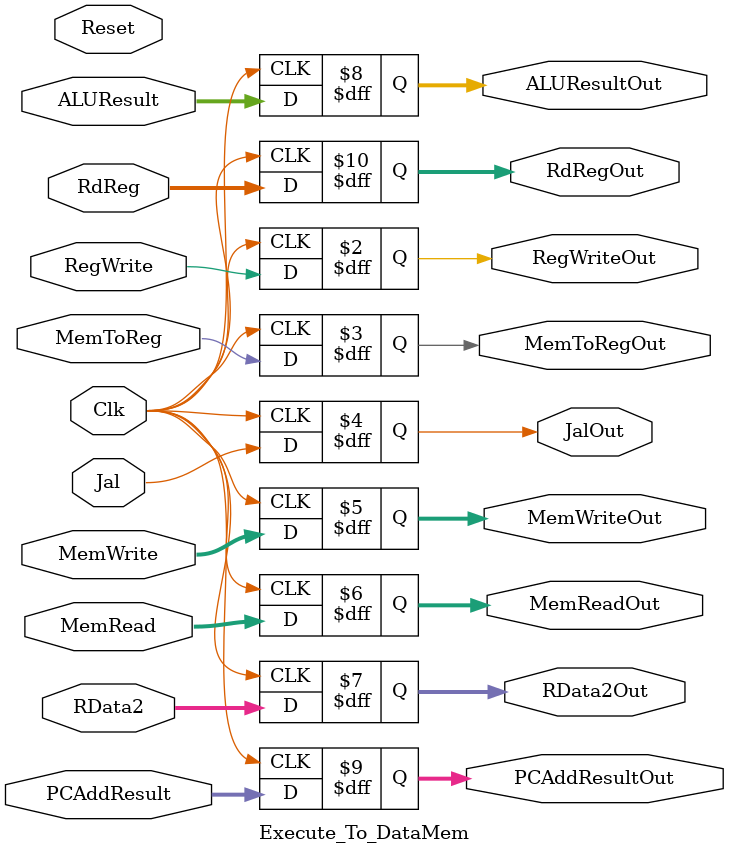
<source format=v>
`timescale 1ns / 1ps


module Execute_To_DataMem(Clk, Reset, RegWrite, MemWrite, MemRead, MemToReg, Jal, RData2, ALUResult, PCAddResult, RdReg, 
RegWriteOut, MemWriteOut, MemReadOut, MemToRegOut, JalOut, RData2Out, ALUResultOut, PCAddResultOut, RdRegOut);
//Clk, Reset, RegWriteExecute, MemWriteExecute, MemReadExecute, BranchExecute, MemToRegExecute, JalExecute, ReadData2Execute, ALUResult, PCAddResultExecute, PCAdder_SignExtension, regDstOutput, 
//RegWriteMemory, MemWriteMemory, MemReadMemory, BranchMemory, MemToRegMemory, JalMemory, ReadData2Memory, ALUResultMemory, PCAddResultMemory, PCAdder_SignExtensionMemory, RdMemory);


input Clk, Reset;

input RegWrite, MemToReg, Jal;
input [1:0] MemWrite, MemRead;
input [31:0] RData2, ALUResult, PCAddResult;
input [4:0] RdReg;

output reg RegWriteOut, MemToRegOut, JalOut;
output reg [1:0] MemWriteOut, MemReadOut;
output reg [31:0] RData2Out, ALUResultOut, PCAddResultOut;
output reg [4:0] RdRegOut;


always @(posedge Clk) begin
    RegWriteOut <= RegWrite;
    MemWriteOut <= MemWrite;
    MemReadOut <= MemRead;
    MemToRegOut <= MemToReg;
    JalOut <= Jal;
    RData2Out <= RData2;
    ALUResultOut <= ALUResult;
    PCAddResultOut <= PCAddResult;
    RdRegOut <= RdReg;

end


endmodule

</source>
